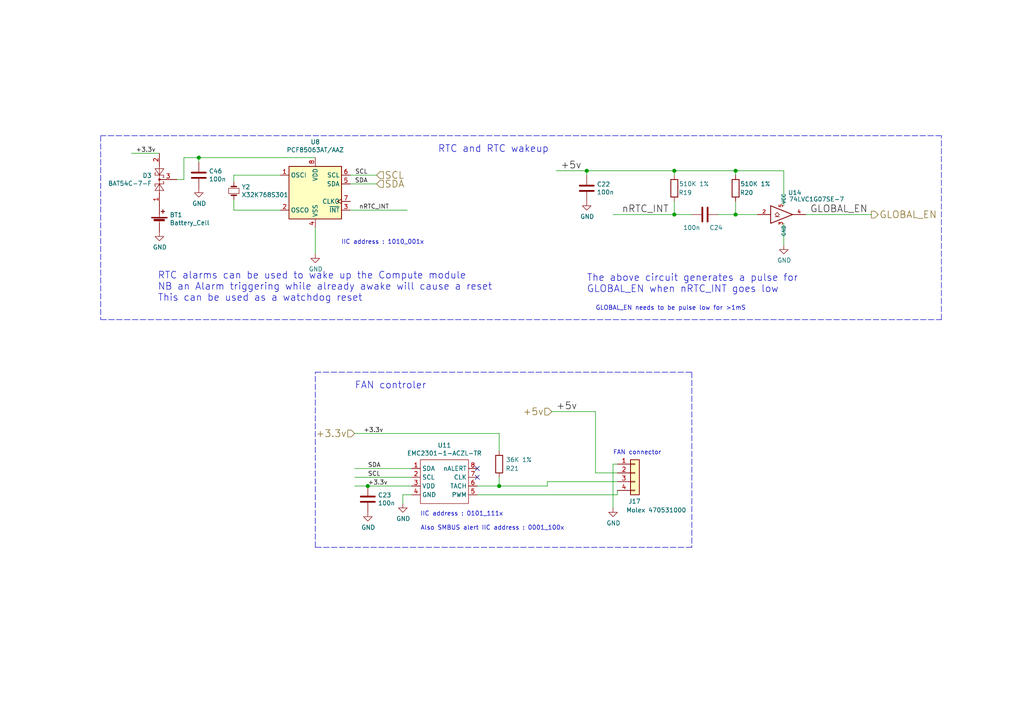
<source format=kicad_sch>
(kicad_sch (version 20201015) (generator eeschema)
  (page 1 8)
  (paper "A4")
  (title_block (title "AP2100v5") (date "2020-10-27") (rev "1") (company "(c) ISis ImageStream Internet Solutions 2020") (comment 1 "www.imagestream.com"))
  (lib_symbols
    (symbol "AP2100:74LVC1G07_copy"
      (property "Reference" "U" (at -2.54 3.81 0))
      (property "Value" "74LVC1G07_copy" (at 0 -3.81 0))
      (symbol "74LVC1G07_copy_0_1"
        (polyline (pts (xy -2.54 -0.635) (xy -1.27 -0.635)))
        (polyline (pts (xy -3.81 2.54) (xy -3.81 -2.54) (xy 2.54 0) (xy -3.81 2.54)) (stroke (width 0.254)))
        (polyline (pts (xy -1.905 0.635) (xy -2.54 0) (xy -1.905 -0.635) (xy -1.27 0) (xy -1.905 0.635)))
      )
      (symbol "74LVC1G07_copy_1_1"
        (pin input line (at -7.62 0 0) (length 3.81) (name "~") (number "2"))
        (pin power_in line (at 0 -2.54 270) (length 0) (name "GND") (number "3"))
        (pin open_collector line (at 6.35 0 180) (length 3.81) (name "~") (number "4"))
        (pin power_in line (at 0 2.54 90) (length 0) (name "VCC") (number "5"))
      )
    )
    (symbol "AP2100:EMC2301"
      (property "Reference" "U" (at -7.62 13.97 0))
      (property "Value" "EMC2301" (at -1.27 -1.27 0))
      (symbol "EMC2301_0_1"
        (rectangle (start -8.89 12.7) (end 5.08 0))
      )
      (symbol "EMC2301_0_0"
        (pin open_collector line (at -11.43 10.16 0) (length 2.54) (name "SDA") (number "1"))
        (pin open_collector line (at -11.43 7.62 0) (length 2.54) (name "SCL") (number "2"))
        (pin power_in line (at -11.43 5.08 0) (length 2.54) (name "VDD") (number "3"))
        (pin power_in line (at -11.43 2.54 0) (length 2.54) (name "GND") (number "4"))
        (pin output line (at 7.62 2.54 180) (length 2.54) (name "PWM") (number "5"))
        (pin input line (at 7.62 5.08 180) (length 2.54) (name "TACH") (number "6"))
        (pin input line (at 7.62 7.62 180) (length 2.54) (name "CLK") (number "7"))
        (pin open_collector line (at 7.62 10.16 180) (length 2.54) (name "nALERT") (number "8"))
      )
    )
    (symbol "Connector_Generic:Conn_01x04" (pin_names hide)
      (property "Reference" "J" (at 0 5.08 0))
      (property "Value" "Conn_01x04" (at 0 -7.62 0))
      (symbol "Conn_01x04_1_1"
        (rectangle (start -1.27 -4.953) (end 0 -5.207))
        (rectangle (start -1.27 -2.413) (end 0 -2.667))
        (rectangle (start -1.27 2.667) (end 0 2.413))
        (rectangle (start -1.27 3.81) (end 1.27 -6.35) (stroke (width 0.254)) (fill (type background)))
        (rectangle (start -1.27 0.127) (end 0 -0.127))
        (pin passive line (at -5.08 2.54 0) (length 3.81) (name "Pin_1") (number "1"))
        (pin passive line (at -5.08 0 0) (length 3.81) (name "Pin_2") (number "2"))
        (pin passive line (at -5.08 -2.54 0) (length 3.81) (name "Pin_3") (number "3"))
        (pin passive line (at -5.08 -5.08 0) (length 3.81) (name "Pin_4") (number "4"))
      )
    )
    (symbol "Device:Battery_Cell" (pin_numbers hide) (pin_names (offset 0) hide)
      (property "Reference" "BT" (at 2.54 2.54 0))
      (property "Value" "Battery_Cell" (at 2.54 0 0))
      (symbol "Battery_Cell_0_1"
        (rectangle (start -2.286 1.778) (end 2.286 1.524) (fill (type outline)))
        (rectangle (start -1.5748 1.1938) (end 1.4732 0.6858) (fill (type outline)))
        (polyline (pts (xy 0 0.762) (xy 0 0)))
        (polyline (pts (xy 0 1.778) (xy 0 2.54)))
        (polyline (pts (xy 0.508 3.429) (xy 1.524 3.429)) (stroke (width 0.254)))
        (polyline (pts (xy 1.016 3.937) (xy 1.016 2.921)) (stroke (width 0.254)))
      )
      (symbol "Battery_Cell_1_1"
        (pin passive line (at 0 5.08 270) (length 2.54) (name "+") (number "1"))
        (pin passive line (at 0 -2.54 90) (length 2.54) (name "-") (number "2"))
      )
    )
    (symbol "Device:C" (pin_numbers hide) (pin_names (offset 0.254))
      (property "Reference" "C" (at 0.635 2.54 0))
      (property "Value" "C" (at 0.635 -2.54 0))
      (symbol "C_0_1"
        (polyline (pts (xy -2.032 -0.762) (xy 2.032 -0.762)) (stroke (width 0.508)))
        (polyline (pts (xy -2.032 0.762) (xy 2.032 0.762)) (stroke (width 0.508)))
      )
      (symbol "C_1_1"
        (pin passive line (at 0 3.81 270) (length 2.794) (name "~") (number "1"))
        (pin passive line (at 0 -3.81 90) (length 2.794) (name "~") (number "2"))
      )
    )
    (symbol "Device:Crystal_Small" (pin_numbers hide) (pin_names hide)
      (property "Reference" "Y" (at 0 2.54 0))
      (property "Value" "Crystal_Small" (at 0 -2.54 0))
      (symbol "Crystal_Small_0_1"
        (rectangle (start -0.762 -1.524) (end 0.762 1.524))
        (polyline (pts (xy -1.27 -0.762) (xy -1.27 0.762)) (stroke (width 0.381)))
        (polyline (pts (xy 1.27 -0.762) (xy 1.27 0.762)) (stroke (width 0.381)))
      )
      (symbol "Crystal_Small_1_1"
        (pin passive line (at -2.54 0 0) (length 1.27) (name "1") (number "1"))
        (pin passive line (at 2.54 0 180) (length 1.27) (name "2") (number "2"))
      )
    )
    (symbol "Device:R" (pin_numbers hide) (pin_names (offset 0))
      (property "Reference" "R" (at 2.032 0 90))
      (property "Value" "R" (at 0 0 90))
      (symbol "R_0_1"
        (rectangle (start -1.016 -2.54) (end 1.016 2.54) (stroke (width 0.254)))
      )
      (symbol "R_1_1"
        (pin passive line (at 0 3.81 270) (length 1.27) (name "~") (number "1"))
        (pin passive line (at 0 -3.81 90) (length 1.27) (name "~") (number "2"))
      )
    )
    (symbol "Diode:BAT54C"
      (property "Reference" "D" (at 0.635 -3.81 0))
      (property "Value" "BAT54C" (at -6.35 3.175 0))
      (symbol "BAT54C_0_1"
        (circle (center 0 0) (radius 0.254) (fill (type outline)))
        (polyline (pts (xy -1.905 0) (xy 1.905 0)))
        (polyline (pts (xy -1.905 1.27) (xy -1.905 1.016)))
        (polyline (pts (xy -1.27 -1.27) (xy -0.635 -1.27)))
        (polyline (pts (xy -1.27 0) (xy -3.81 0)))
        (polyline (pts (xy -1.27 1.27) (xy -1.905 1.27)))
        (polyline (pts (xy -1.27 1.27) (xy -1.27 -1.27)))
        (polyline (pts (xy -0.635 -1.27) (xy -0.635 -1.016)))
        (polyline (pts (xy 0.635 -1.27) (xy 0.635 -1.016)))
        (polyline (pts (xy 1.27 -1.27) (xy 0.635 -1.27)))
        (polyline (pts (xy 1.27 1.27) (xy 1.27 -1.27)))
        (polyline (pts (xy 1.27 1.27) (xy 1.905 1.27)))
        (polyline (pts (xy 1.905 1.27) (xy 1.905 1.016)))
        (polyline (pts (xy 3.81 0) (xy 1.27 0)))
        (polyline (pts (xy -3.175 -1.27) (xy -3.175 1.27) (xy -1.27 0) (xy -3.175 -1.27)))
        (polyline (pts (xy 3.175 -1.27) (xy 3.175 1.27) (xy 1.27 0) (xy 3.175 -1.27)))
      )
      (symbol "BAT54C_1_1"
        (pin passive line (at -7.62 0 0) (length 3.81) (name "~") (number "1"))
        (pin passive line (at 7.62 0 180) (length 3.81) (name "~") (number "2"))
        (pin passive line (at 0 -5.08 90) (length 5.08) (name "~") (number "3"))
      )
    )
    (symbol "Timer_RTC:PCF8563T"
      (property "Reference" "U" (at -7.62 8.89 0))
      (property "Value" "PCF8563T" (at 2.54 8.89 0))
      (symbol "PCF8563T_0_1"
        (rectangle (start -7.62 7.62) (end 7.62 -7.62) (stroke (width 0.254)) (fill (type background)))
      )
      (symbol "PCF8563T_1_1"
        (pin input line (at -10.16 5.08 0) (length 2.54) (name "OSCI") (number "1"))
        (pin output line (at -10.16 -5.08 0) (length 2.54) (name "OSCO") (number "2"))
        (pin output line (at 10.16 -5.08 180) (length 2.54) (name "~INT~") (number "3"))
        (pin power_in line (at 0 -10.16 90) (length 2.54) (name "VSS") (number "4"))
        (pin bidirectional line (at 10.16 2.54 180) (length 2.54) (name "SDA") (number "5"))
        (pin input line (at 10.16 5.08 180) (length 2.54) (name "SCL") (number "6"))
        (pin output clock (at 10.16 -2.54 180) (length 2.54) (name "CLKO") (number "7"))
        (pin power_in line (at 0 10.16 270) (length 2.54) (name "VDD") (number "8"))
      )
    )
    (symbol "power:GND" (power) (pin_names (offset 0))
      (property "Value" "GND" (at 0 -3.81 0))
      (symbol "GND_0_1"
        (polyline (pts (xy 0 0) (xy 0 -1.27) (xy 1.27 -1.27) (xy 0 -2.54) (xy -1.27 -1.27) (xy 0 -1.27)))
      )
      (symbol "GND_1_1"
        (pin power_in line (at 0 0 270) (length 0) hide (name "GND") (number "1"))
      )
    )
  )
  (junction (at 57.658 45.72) (diameter 1.016))
  (junction (at 106.68 140.97) (diameter 1.016))
  (junction (at 144.78 140.97) (diameter 1.016))
  (junction (at 170.18 49.53) (diameter 1.016))
  (junction (at 195.58 49.53) (diameter 1.016))
  (junction (at 195.58 62.23) (diameter 1.016))
  (junction (at 213.36 49.53) (diameter 1.016))
  (junction (at 213.36 62.23) (diameter 1.016))
  (no_connect (at 138.43 138.43))
  (no_connect (at 138.43 135.89))
  (wire (pts (xy 38.1 44.45) (xy 46.228 44.45)))
  (wire (pts (xy 51.308 52.07) (xy 53.34 52.07)))
  (wire (pts (xy 53.34 45.72) (xy 57.658 45.72)))
  (wire (pts (xy 53.34 52.07) (xy 53.34 45.72)))
  (wire (pts (xy 57.658 45.72) (xy 57.658 47.0154)))
  (wire (pts (xy 57.658 45.72) (xy 91.44 45.72)))
  (wire (pts (xy 67.818 50.8) (xy 67.818 52.832)))
  (wire (pts (xy 67.818 50.8) (xy 81.28 50.8)))
  (wire (pts (xy 67.818 60.96) (xy 67.818 57.912)))
  (wire (pts (xy 81.28 60.96) (xy 67.818 60.96)))
  (wire (pts (xy 91.44 66.04) (xy 91.44 73.66)))
  (wire (pts (xy 101.6 60.96) (xy 118.11 60.96)))
  (wire (pts (xy 102.87 125.73) (xy 144.78 125.73)))
  (wire (pts (xy 106.68 140.97) (xy 102.87 140.97)))
  (wire (pts (xy 109.22 50.8) (xy 101.6 50.8)))
  (wire (pts (xy 109.22 53.34) (xy 101.6 53.34)))
  (wire (pts (xy 116.84 143.51) (xy 116.84 146.05)))
  (wire (pts (xy 119.38 135.89) (xy 102.87 135.89)))
  (wire (pts (xy 119.38 138.43) (xy 102.87 138.43)))
  (wire (pts (xy 119.38 140.97) (xy 106.68 140.97)))
  (wire (pts (xy 119.38 143.51) (xy 116.84 143.51)))
  (wire (pts (xy 138.43 140.97) (xy 144.78 140.97)))
  (wire (pts (xy 138.43 143.51) (xy 179.07 143.51)))
  (wire (pts (xy 144.78 125.73) (xy 144.78 130.81)))
  (wire (pts (xy 144.78 140.97) (xy 144.78 138.43)))
  (wire (pts (xy 144.78 140.97) (xy 158.75 140.97)))
  (wire (pts (xy 158.75 139.7) (xy 158.75 140.97)))
  (wire (pts (xy 161.29 49.53) (xy 170.18 49.53)))
  (wire (pts (xy 170.18 49.53) (xy 195.58 49.53)))
  (wire (pts (xy 170.18 50.8) (xy 170.18 49.53)))
  (wire (pts (xy 172.72 119.38) (xy 160.02 119.38)))
  (wire (pts (xy 172.72 119.38) (xy 172.72 137.16)))
  (wire (pts (xy 177.8 62.23) (xy 195.58 62.23)))
  (wire (pts (xy 177.8 134.62) (xy 177.8 147.32)))
  (wire (pts (xy 179.07 134.62) (xy 177.8 134.62)))
  (wire (pts (xy 179.07 137.16) (xy 172.72 137.16)))
  (wire (pts (xy 179.07 139.7) (xy 158.75 139.7)))
  (wire (pts (xy 179.07 143.51) (xy 179.07 142.24)))
  (wire (pts (xy 195.58 49.53) (xy 195.58 50.8)))
  (wire (pts (xy 195.58 49.53) (xy 213.36 49.53)))
  (wire (pts (xy 195.58 62.23) (xy 195.58 58.42)))
  (wire (pts (xy 195.58 62.23) (xy 200.66 62.23)))
  (wire (pts (xy 208.28 62.23) (xy 213.36 62.23)))
  (wire (pts (xy 213.36 49.53) (xy 213.36 50.8)))
  (wire (pts (xy 213.36 49.53) (xy 227.33 49.53)))
  (wire (pts (xy 213.36 62.23) (xy 213.36 58.42)))
  (wire (pts (xy 213.36 62.23) (xy 219.71 62.23)))
  (wire (pts (xy 227.33 49.53) (xy 227.33 59.69)))
  (wire (pts (xy 227.33 64.77) (xy 227.33 71.12)))
  (wire (pts (xy 233.68 62.23) (xy 252.73 62.23)))
  (polyline (pts (xy 29.21 39.37) (xy 29.21 92.71)) (stroke (width 0) (type dash)))
  (polyline (pts (xy 29.21 92.71) (xy 273.05 92.71)) (stroke (width 0) (type dash)))
  (polyline (pts (xy 91.44 107.95) (xy 200.66 107.95)) (stroke (width 0) (type dash)))
  (polyline (pts (xy 91.44 158.75) (xy 91.44 107.95)) (stroke (width 0) (type dash)))
  (polyline (pts (xy 200.66 107.95) (xy 200.66 158.75)) (stroke (width 0) (type dash)))
  (polyline (pts (xy 200.66 158.75) (xy 91.44 158.75)) (stroke (width 0) (type dash)))
  (polyline (pts (xy 273.05 39.37) (xy 29.21 39.37)) (stroke (width 0) (type dash)))
  (polyline (pts (xy 273.05 92.71) (xy 273.05 39.37)) (stroke (width 0) (type dash)))
  (text "RTC alarms can be used to wake up the Compute module\nNB an Alarm triggering while already awake will cause a reset \nThis can be used as a watchdog reset " (at 45.72 87.63 0) (effects (font (size 2.0066 2.0066)) (justify left bottom)))
  (text "IIC address : 1010_001x" (at 98.9838 71.0438 0) (effects (font (size 1.27 1.27)) (justify left bottom)))
  (text "FAN controler" (at 102.87 113.03 0) (effects (font (size 2.0066 2.0066)) (justify left bottom)))
  (text "IIC address : 0101_111x" (at 121.92 149.86 0) (effects (font (size 1.27 1.27)) (justify left bottom)))
  (text "Also SMBUS alert IIC address : 0001_100x" (at 121.9454 153.9494 0) (effects (font (size 1.27 1.27)) (justify left bottom)))
  (text "RTC and RTC wakeup" (at 127 44.45 0) (effects (font (size 2.0066 2.0066)) (justify left bottom)))
  (text "The above circuit generates a pulse for\nGLOBAL_EN when nRTC_INT goes low" (at 170.18 85.09 0) (effects (font (size 2.0066 2.0066)) (justify left bottom)))
  (text "GLOBAL_EN needs to be pulse low for >1mS" (at 172.72 90.17 0) (effects (font (size 1.27 1.27)) (justify left bottom)))
  (text "FAN connector\n" (at 177.8 132.08 0) (effects (font (size 1.27 1.27)) (justify left bottom)))
  (label "+3.3v" (at 39.37 44.45 0))
  (label "nRTC_INT" (at 104.14 60.96 0))
  (label "+3.3v" (at 105.41 125.73 0))
  (label "SCL" (at 106.68 50.8 180))
  (label "SDA" (at 106.68 53.34 180))
  (label "SDA" (at 106.68 135.89 0))
  (label "SCL" (at 106.68 138.43 0))
  (label "+3.3v" (at 106.68 140.97 0))
  (label "+5v" (at 161.29 119.38 0) (effects (font (size 2.0066 2.0066))))
  (label "+5v" (at 162.56 49.53 0) (effects (font (size 2.0066 2.0066))))
  (label "nRTC_INT" (at 180.34 62.23 0) (effects (font (size 2.0066 2.0066))))
  (label "GLOBAL_EN" (at 234.95 62.23 0) (effects (font (size 2.0066 2.0066))))
  (hierarchical_label "+3.3v" (shape input) (at 102.87 125.73 180) (effects (font (size 2.0066 2.0066))))
  (hierarchical_label "SCL" (shape input) (at 109.22 50.8 0) (effects (font (size 2.0066 2.0066))))
  (hierarchical_label "SDA" (shape input) (at 109.22 53.34 0) (effects (font (size 2.0066 2.0066))))
  (hierarchical_label "+5v" (shape input) (at 160.02 119.38 180) (effects (font (size 2.0066 2.0066))))
  (hierarchical_label "GLOBAL_EN" (shape output) (at 252.73 62.23 0) (effects (font (size 2.0066 2.0066))))
  (symbol (lib_id "power:GND") (at 46.228 67.31 0) (unit 1)
    (property "Reference" "#PWR030" (effects hide))
    (property "Value" "GND" (at 46.355 71.7042 0))
  )
  (symbol (lib_id "power:GND") (at 57.658 54.6354 0) (unit 1)
    (property "Reference" "#PWR03" (effects hide))
    (property "Value" "GND" (at 57.785 59.0296 0))
  )
  (symbol (lib_id "power:GND") (at 91.44 73.66 0) (unit 1)
    (property "Reference" "#PWR028" (effects hide))
    (property "Value" "GND" (at 91.567 78.0542 0))
  )
  (symbol (lib_id "power:GND") (at 106.68 148.59 0) (unit 1)
    (property "Reference" "#PWR032" (effects hide))
    (property "Value" "GND" (at 106.807 152.9842 0))
  )
  (symbol (lib_id "power:GND") (at 116.84 146.05 0) (unit 1)
    (property "Reference" "#PWR033" (effects hide))
    (property "Value" "GND" (at 116.967 150.4442 0))
  )
  (symbol (lib_id "power:GND") (at 170.18 58.42 0) (unit 1)
    (property "Reference" "#PWR031" (effects hide))
    (property "Value" "GND" (at 170.307 62.8142 0))
  )
  (symbol (lib_id "power:GND") (at 177.8 147.32 0) (unit 1)
    (property "Reference" "#PWR035" (effects hide))
    (property "Value" "GND" (at 177.927 151.7142 0))
  )
  (symbol (lib_id "power:GND") (at 227.33 71.12 0) (unit 1)
    (property "Reference" "#PWR034" (effects hide))
    (property "Value" "GND" (at 227.457 75.5142 0))
  )
  (symbol (lib_id "Device:Crystal_Small") (at 67.818 55.372 90) (unit 1)
    (property "Reference" "Y2" (at 70.0532 54.229 90) (effects (justify right)))
    (property "Value" "X32K768S301" (at 70.0532 56.515 90) (effects (justify right)))
    (property "Footprint" "Crystal:Crystal_SMD_3215-2Pin_3.2x1.5mm" (effects hide))
    (property "Field6" "X32K768S301" (effects hide))
    (property "Field7" "AEL" (effects hide))
    (property "Part Description" "Crystal 32.768KHz 7pF 20pmm" (effects hide))
  )
  (symbol (lib_id "Device:R") (at 144.78 134.62 180) (unit 1)
    (property "Reference" "R21" (at 148.59 135.89 0))
    (property "Value" "36K 1%" (at 150.495 133.35 0))
    (property "Footprint" "Resistor_SMD:R_0402_1005Metric" (effects hide))
    (property "Datasheet" "https://fscdn.rohm.com/en/products/databook/datasheet/passive/resistor/chip_resistor/mcr-e.pdf" (effects hide))
    (property "Field4" "Farnell" (effects hide))
    (property "Field5" "1458788" (effects hide))
    (property "Field7" "Rohm" (effects hide))
    (property "Field6" "MCR01MZPF3602" (effects hide))
    (property "Part Description" "Resistor 36K M1005 1% 63mW" (effects hide))
  )
  (symbol (lib_id "Device:R") (at 195.58 54.61 180) (unit 1)
    (property "Reference" "R19" (at 198.755 55.88 0))
    (property "Value" "510K 1%" (at 201.295 53.34 0))
    (property "Footprint" "Resistor_SMD:R_0402_1005Metric" (effects hide))
    (property "Datasheet" "https://fscdn.rohm.com/en/products/databook/datasheet/passive/resistor/chip_resistor/mcr-e.pdf" (effects hide))
    (property "Field4" "Farnell" (effects hide))
    (property "Field5" "1458807" (effects hide))
    (property "Field7" "Rohm" (effects hide))
    (property "Field6" "MCR01MZPF5103" (effects hide))
    (property "Part Description" "Resistor 510K M1005 1% 63mW" (effects hide))
  )
  (symbol (lib_id "Device:R") (at 213.36 54.61 180) (unit 1)
    (property "Reference" "R20" (at 216.535 55.88 0))
    (property "Value" "510K 1%" (at 219.075 53.34 0))
    (property "Footprint" "Resistor_SMD:R_0402_1005Metric" (effects hide))
    (property "Datasheet" "https://fscdn.rohm.com/en/products/databook/datasheet/passive/resistor/chip_resistor/mcr-e.pdf" (effects hide))
    (property "Field4" "Farnell" (effects hide))
    (property "Field5" "1458807" (effects hide))
    (property "Field7" "Rohm" (effects hide))
    (property "Field6" "MCR01MZPF5103" (effects hide))
    (property "Part Description" "Resistor 510K M1005 1% 63mW" (effects hide))
  )
  (symbol (lib_id "Device:Battery_Cell") (at 46.228 64.77 0) (unit 1)
    (property "Reference" "BT1" (at 49.2252 62.3316 0) (effects (justify left)))
    (property "Value" "Battery_Cell" (at 49.2252 64.643 0) (effects (justify left)))
    (property "Footprint" "Battery:BatteryHolder_Keystone_3034_1x20mm" (effects hide))
    (property "Datasheet" "https://www.keyelco.com/userAssets/file/M65p9.pdf" (effects hide))
    (property "Field4" "Digikey" (effects hide))
    (property "Field5" "36-3034-ND" (effects hide))
    (property "Field6" "3034" (effects hide))
    (property "Field7" "Keystone" (effects hide))
    (property "Part Description" "	Battery Retainer Coin, 20.0mm 1 Cell SMD (SMT) Tab" (effects hide))
  )
  (symbol (lib_id "Device:C") (at 57.658 50.8254 0) (unit 1)
    (property "Reference" "C46" (at 60.579 49.657 0) (effects (justify left)))
    (property "Value" "100n" (at 60.579 51.9684 0) (effects (justify left)))
    (property "Footprint" "Capacitor_SMD:C_0402_1005Metric" (effects hide))
    (property "Datasheet" "https://search.murata.co.jp/Ceramy/image/img/A01X/G101/ENG/GRM155R71C104KA88-01.pdf" (effects hide))
    (property "Field4" "Farnell" (effects hide))
    (property "Field5" "2611911" (effects hide))
    (property "Field6" "RM EMK105 B7104KV-F" (effects hide))
    (property "Field7" "TAIYO YUDEN EUROPE GMBH" (effects hide))
    (property "Part Description" "	0.1uF 10% 16V Ceramic Capacitor X7R 0402 (1005 Metric)" (effects hide))
    (property "Field8" "110091611" (effects hide))
  )
  (symbol (lib_id "Device:C") (at 106.68 144.78 0) (unit 1)
    (property "Reference" "C23" (at 109.601 143.6116 0) (effects (justify left)))
    (property "Value" "100n" (at 109.601 145.923 0) (effects (justify left)))
    (property "Footprint" "Capacitor_SMD:C_0402_1005Metric" (effects hide))
    (property "Datasheet" "https://search.murata.co.jp/Ceramy/image/img/A01X/G101/ENG/GRM155R71C104KA88-01.pdf" (effects hide))
    (property "Field4" "Farnell" (effects hide))
    (property "Field5" "2611911" (effects hide))
    (property "Field6" "RM EMK105 B7104KV-F" (effects hide))
    (property "Field7" "TAIYO YUDEN EUROPE GMBH" (effects hide))
    (property "Part Description" "	0.1uF 10% 16V Ceramic Capacitor X7R 0402 (1005 Metric)" (effects hide))
    (property "Field8" "110091611" (effects hide))
  )
  (symbol (lib_id "Device:C") (at 170.18 54.61 0) (unit 1)
    (property "Reference" "C22" (at 173.101 53.4416 0) (effects (justify left)))
    (property "Value" "100n" (at 173.101 55.753 0) (effects (justify left)))
    (property "Footprint" "Capacitor_SMD:C_0402_1005Metric" (effects hide))
    (property "Datasheet" "https://search.murata.co.jp/Ceramy/image/img/A01X/G101/ENG/GRM155R71C104KA88-01.pdf" (effects hide))
    (property "Field4" "Farnell" (effects hide))
    (property "Field5" "2611911" (effects hide))
    (property "Field6" "RM EMK105 B7104KV-F" (effects hide))
    (property "Field7" "TAIYO YUDEN EUROPE GMBH" (effects hide))
    (property "Part Description" "	0.1uF 10% 16V Ceramic Capacitor X7R 0402 (1005 Metric)" (effects hide))
    (property "Field8" "110091611" (effects hide))
  )
  (symbol (lib_id "Device:C") (at 204.47 62.23 270) (unit 1)
    (property "Reference" "C24" (at 205.74 66.04 90) (effects (justify left)))
    (property "Value" "100n" (at 198.12 66.04 90) (effects (justify left)))
    (property "Footprint" "Capacitor_SMD:C_0402_1005Metric" (effects hide))
    (property "Datasheet" "https://search.murata.co.jp/Ceramy/image/img/A01X/G101/ENG/GRM155R71C104KA88-01.pdf" (effects hide))
    (property "Field4" "Farnell" (effects hide))
    (property "Field5" "2611911" (effects hide))
    (property "Field6" "RM EMK105 B7104KV-F" (effects hide))
    (property "Field7" "TAIYO YUDEN EUROPE GMBH" (effects hide))
    (property "Part Description" "	0.1uF 10% 16V Ceramic Capacitor X7R 0402 (1005 Metric)" (effects hide))
    (property "Field8" "110091611" (effects hide))
  )
  (symbol (lib_id "Connector_Generic:Conn_01x04") (at 184.15 137.16 0) (unit 1)
    (property "Reference" "J17" (at 182.245 145.415 0) (effects (justify left)))
    (property "Value" "Molex 470531000" (at 181.61 147.955 0) (effects (justify left)))
    (property "Footprint" "Connector:FanPinHeader_1x04_P2.54mm_Vertical" (effects hide))
    (property "Datasheet" "https://www.molex.com/pdm_docs/sd/470531000_sd.pdf" (effects hide))
    (property "Field4" "Farnell" (effects hide))
    (property "Field5" "	2313705" (effects hide))
    (property "Field6" "470531000" (effects hide))
    (property "Field7" "Molex" (effects hide))
    (property "Part Description" "	Connector Header Through Hole 4 position 0.100\" (2.54mm)" (effects hide))
  )
  (symbol (lib_id "Diode:BAT54C") (at 46.228 52.07 90) (unit 1)
    (property "Reference" "D3" (at 44.0182 50.927 90) (effects (justify left)))
    (property "Value" "BAT54C-7-F" (at 44.0182 53.213 90) (effects (justify left)))
    (property "Footprint" "Package_TO_SOT_SMD:SOT-23" (effects hide))
    (property "Datasheet" "http://www.farnell.com/datasheets/2861240.pdf?_ga=2.129831176.54358802.1587372871-1787849031.1568210898&_gac=1.175311126.1587399424.EAIaIQobChMInOvF07P36AIVw7HtCh0NWwCeEAAYAyAAEgI0YfD_BwE" (effects hide))
    (property "Field4" "Farnell" (effects hide))
    (property "Field5" "2306010" (effects hide))
    (property "Field6" "BAT54C-7-F" (effects hide))
    (property "Field7" "Rohm" (effects hide))
    (property "Part Description" "Diode Array 1 Pair Common Cathode Schottky 30V 200mA (DC) Surface Mount TO-236-3, SC-59, SOT-23-3" (effects hide))
  )
  (symbol (lib_id "AP2100:74LVC1G07_copy") (at 227.33 62.23 0) (unit 1)
    (property "Reference" "U14" (at 230.505 55.88 0))
    (property "Value" "74LVC1G07SE-7" (at 236.855 57.785 0))
    (property "Footprint" "Package_TO_SOT_SMD:SOT-353_SC-70-5" (effects hide))
    (property "Datasheet" "https://www.diodes.com/assets/Datasheets/74LVC1G07.pdf" (effects hide))
    (property "Field4" "Farnell" (effects hide))
    (property "Field5" "2425492" (effects hide))
    (property "Field6" "74LVC1G07SE-7" (effects hide))
    (property "Field7" "Diodes" (effects hide))
    (property "Part Description" "Buffer, Non-Inverting 1 Element 1 Bit per Element Open Drain Output SOT-353" (effects hide))
  )
  (symbol (lib_id "AP2100:EMC2301") (at 130.81 146.05 0) (unit 1)
    (property "Reference" "U11" (at 128.905 129.159 0))
    (property "Value" "EMC2301-1-ACZL-TR" (at 128.905 131.4704 0))
    (property "Footprint" "Package_SO:SOIC-8_5.23x5.23mm_P1.27mm" (effects hide))
    (property "Datasheet" "https://ww1.microchip.com/downloads/en/DeviceDoc/2301.pdf" (effects hide))
    (property "Field4" "Digikey" (effects hide))
    (property "Field5" "EMC2301-1-ACZL-CT-ND" (effects hide))
    (property "Field6" "EMC2301-1-ACZL-TR" (effects hide))
    (property "Field7" "Microchip" (effects hide))
    (property "Part Description" "Motor Driver PWM 8-MSOP" (effects hide))
  )
  (symbol (lib_id "Timer_RTC:PCF8563T") (at 91.44 55.88 0) (unit 1)
    (property "Reference" "U8" (at 91.44 41.1734 0))
    (property "Value" "PCF85063AT/AAZ" (at 91.44 43.4848 0))
    (property "Footprint" "Package_SO:SOIC-8_3.9x4.9mm_P1.27mm" (effects hide))
    (property "Datasheet" "https://www.nxp.com/docs/en/data-sheet/PCF85063A.pdf" (effects hide))
    (property "Field4" "Farnell" (effects hide))
    (property "Field5" "2890042" (effects hide))
    (property "Field7" "NXP" (effects hide))
    (property "Field6" "PCF85063AT/AAZ" (effects hide))
    (property "Part Description" "Real Time Clock (RTC) IC Clock/Calendar I²C, 2-Wire Serial 8-SOIC (0.154\", 3.90mm Width)" (effects hide))
  )
)
</source>
